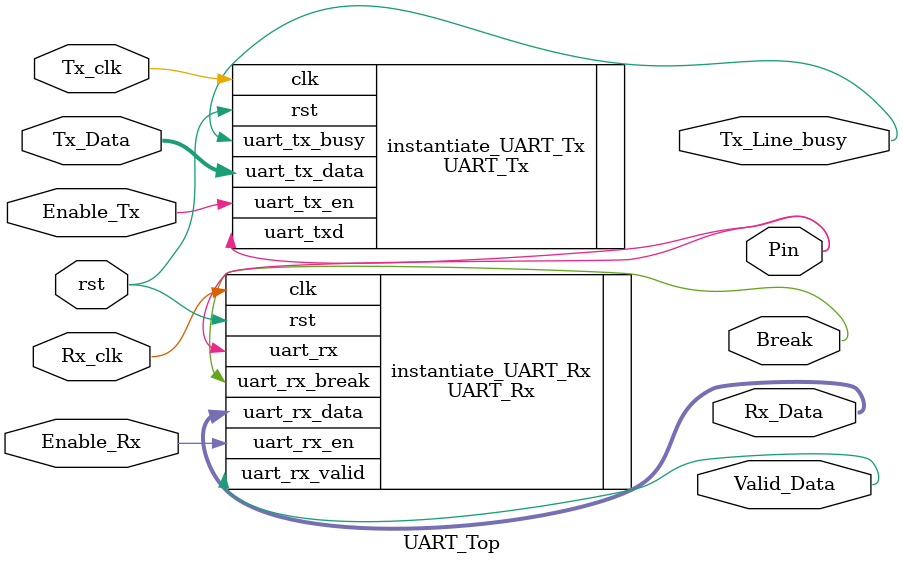
<source format=v>
`timescale 1ns / 1ps


module UART_Top(
    input  Tx_clk, // Tx clock input.
    input  Rx_clk, //Rx clock input
    input rst, // synchronous Reset.
    output  wire [PAYLOAD_BITS-1:0] Rx_Data, //Received DATA
    input  wire [PAYLOAD_BITS-1:0] Tx_Data, //DATA to be Transmitted
    output wire Pin, //Bit by bit data flowing
    output wire Tx_Line_busy, //This shows that the transmitt line is busy
    input wire Enable_Tx, // This makes enables the transmitter to send data 
    input wire Enable_Rx, // This makes enables the Receiver to send data 
    output wire Break, // Shows whether there is some break in the line or not
    output wire Valid_Data // Shows if a valid signal is received or not
    );
    // Clock frequency in hertz.
    parameter CLK_HZ = 50000000;
    parameter BIT_RATE =   9600;
    parameter PAYLOAD_BITS = 8;
    

// UART Transmitter module.
//
    UART_Tx #(
                .BIT_RATE(BIT_RATE),
                .PAYLOAD_BITS(PAYLOAD_BITS),
                .CLK_HZ  (CLK_HZ  )) instantiate_UART_Tx(
                                                            .clk(Tx_clk),
                                                            .rst(rst),
                                                            .uart_txd(Pin),
                                                            .uart_tx_en(Enable_Tx),
                                                            .uart_tx_busy(Tx_Line_busy),
                                                            .uart_tx_data (Tx_Data) 
                                                            );
                                                            
//
// UART RX
        UART_Rx #(
                    .BIT_RATE(BIT_RATE),
                    .PAYLOAD_BITS(PAYLOAD_BITS),
                    .CLK_HZ  (CLK_HZ)) instantiate_UART_Rx(
                                                            .clk(Rx_clk), // Top level system clock input.
                                                            .rst(rst), // Asynchronous active low reset.
                                                            .uart_rx(Pin), // UART Recieve pin.
                                                            .uart_rx_en(Enable_Rx), // Recieve enable
                                                            .uart_rx_break(Break), // Did we get a BREAK message?
                                                            .uart_rx_valid(Valid_Data), // Valid data recieved and available.
                                                            .uart_rx_data (Rx_Data)  // The recieved data.
                                                            );

//

endmodule

</source>
